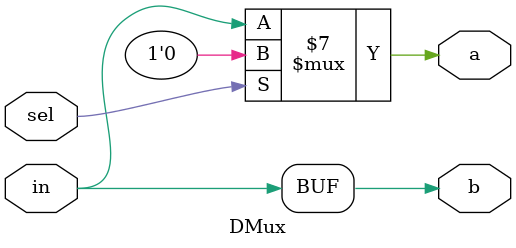
<source format=v>
module DMux(output reg a, b, input in, sel);
  always @ (in, sel) begin
    if (sel==0) begin
      a=in;b=0;
    end
    else
      a=0;b=in;
    end
endmodule

</source>
